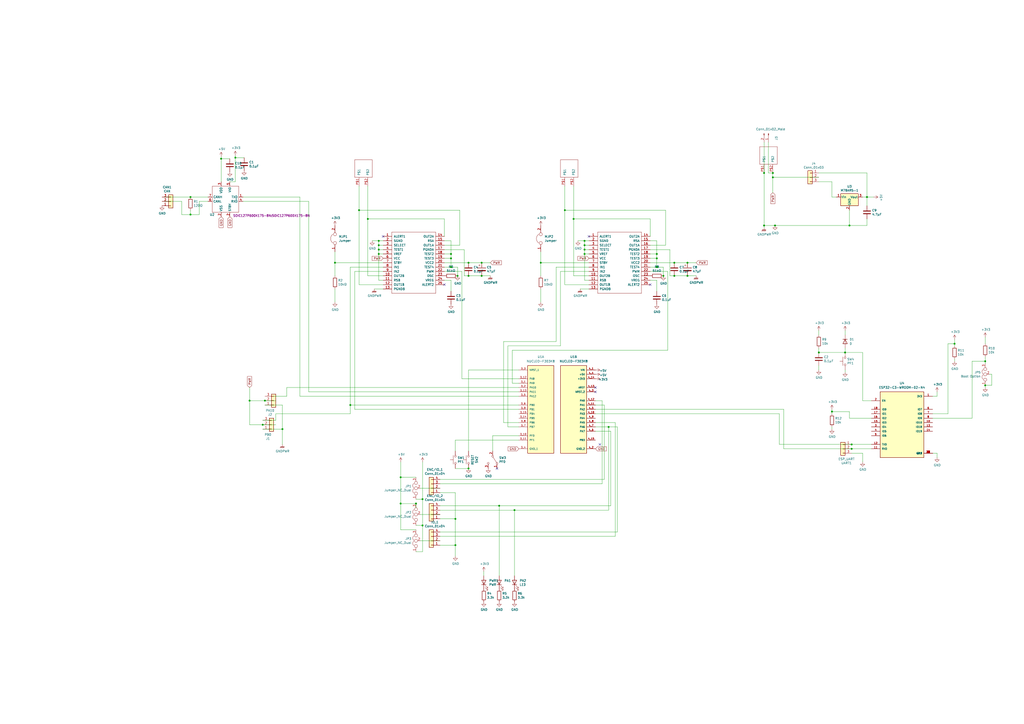
<source format=kicad_sch>
(kicad_sch (version 20230121) (generator eeschema)
  (paper "A2")
  (lib_symbols
    (symbol "Connector:Conn_01x02_Male" (pin_names (offset 1.016) hide)
      (property "Reference" "J" (at 0 2.54 0))
      (property "Value" "Conn_01x02_Male" (at 0 -5.08 0))
      (symbol "Conn_01x02_Male_1_1"
        (pin passive line (at 5.08 0 180) (length 3.81) (name "Pin_1") (number "1"))
        (pin passive line (at 5.08 -2.54 180) (length 3.81) (name "Pin_2") (number "2"))
      )
    )
    (symbol "Connector_Generic:Conn_01x03" (pin_names (offset 1.016) hide)
      (property "Reference" "J" (at 0 5.08 0))
      (property "Value" "Conn_01x03" (at 0 -5.08 0))
      (symbol "Conn_01x03_1_1"
        (pin passive line (at -5.08 2.54 0) (length 3.81) (name "Pin_1") (number "1"))
        (pin passive line (at -5.08 0 0) (length 3.81) (name "Pin_2") (number "2"))
        (pin passive line (at -5.08 -2.54 0) (length 3.81) (name "Pin_3") (number "3"))
      )
    )
    (symbol "Connector_Generic:Conn_01x04" (pin_names (offset 1.016) hide)
      (property "Reference" "J" (at 0 5.08 0))
      (property "Value" "Conn_01x04" (at 0 -7.62 0))
      (symbol "Conn_01x04_1_1"
        (pin passive line (at -5.08 2.54 0) (length 3.81) (name "Pin_1") (number "1"))
        (pin passive line (at -5.08 0 0) (length 3.81) (name "Pin_2") (number "2"))
        (pin passive line (at -5.08 -2.54 0) (length 3.81) (name "Pin_3") (number "3"))
        (pin passive line (at -5.08 -5.08 0) (length 3.81) (name "Pin_4") (number "4"))
      )
    )
    (symbol "Device:C" (pin_numbers hide) (pin_names (offset 0.254))
      (property "Reference" "C" (at 0.635 2.54 0))
      (property "Value" "C" (at 0.635 -2.54 0))
      (symbol "C_1_1"
        (pin passive line (at 0 3.81 270) (length 2.794) (name "~") (number "1"))
        (pin passive line (at 0 -3.81 90) (length 2.794) (name "~") (number "2"))
      )
    )
    (symbol "Device:CP" (pin_numbers hide) (pin_names (offset 0.254))
      (property "Reference" "C" (at 0.635 2.54 0))
      (property "Value" "Device_CP" (at 0.635 -2.54 0))
      (symbol "CP_1_1"
        (pin passive line (at 0 3.81 270) (length 2.794) (name "~") (number "1"))
        (pin passive line (at 0 -3.81 90) (length 2.794) (name "~") (number "2"))
      )
    )
    (symbol "Device:D" (pin_numbers hide) (pin_names (offset 1.016) hide)
      (property "Reference" "D" (at 0 2.54 0))
      (property "Value" "D" (at 0 -2.54 0))
      (symbol "D_1_1"
        (pin passive line (at -3.81 0 0) (length 2.54) (name "K") (number "1"))
        (pin passive line (at 3.81 0 180) (length 2.54) (name "A") (number "2"))
      )
    )
    (symbol "Device:Jumper" (pin_names (offset 0.762) hide)
      (property "Reference" "JP" (at 0 3.81 0))
      (property "Value" "Device_Jumper" (at 0 -2.032 0))
      (symbol "Jumper_0_1"
        (pin passive line (at -7.62 0 0) (length 4.191) (name "1") (number "1"))
        (pin passive line (at 7.62 0 180) (length 4.191) (name "2") (number "2"))
      )
    )
    (symbol "Device:Jumper_NC_Dual" (pin_names (offset 0.762) hide)
      (property "Reference" "JP" (at 1.27 -2.54 0))
      (property "Value" "Device_Jumper_NC_Dual" (at 0 2.54 0))
      (symbol "Jumper_NC_Dual_0_1"
        (pin passive line (at -6.35 0 0) (length 2.413) (name "1") (number "1"))
        (pin passive line (at 0 -2.54 90) (length 1.524) (name "2") (number "2"))
        (pin passive line (at 6.35 0 180) (length 2.413) (name "3") (number "3"))
      )
    )
    (symbol "Device:LED" (pin_numbers hide) (pin_names (offset 1.016) hide)
      (property "Reference" "D" (at 0 2.54 0))
      (property "Value" "LED" (at 0 -2.54 0))
      (symbol "LED_1_1"
        (pin passive line (at -3.81 0 0) (length 2.54) (name "K") (number "1"))
        (pin passive line (at 3.81 0 180) (length 2.54) (name "A") (number "2"))
      )
    )
    (symbol "Device:R" (pin_numbers hide) (pin_names (offset 0))
      (property "Reference" "R" (at 2.032 0 90))
      (property "Value" "R" (at 0 0 90))
      (symbol "R_1_1"
        (pin passive line (at 0 3.81 270) (length 1.27) (name "~") (number "1"))
        (pin passive line (at 0 -3.81 90) (length 1.27) (name "~") (number "2"))
      )
    )
    (symbol "ESP32-C3-WROOM-02-N4:ESP32-C3-WROOM-02-N4" (pin_names (offset 1.016))
      (property "Reference" "U" (at -12.7 21.082 0))
      (property "Value" "ESP32-C3-WROOM-02-N4" (at -12.7 -18.542 0))
      (symbol "ESP32-C3-WROOM-02-N4_0_0"
        (pin power_in line (at 17.78 17.78 180) (length 5.08) (name "3V3") (number "1"))
        (pin bidirectional line (at 17.78 2.54 180) (length 5.08) (name "IO10") (number "10"))
        (pin bidirectional line (at -17.78 -12.7 0) (length 5.08) (name "RXD") (number "11"))
        (pin bidirectional line (at -17.78 -10.16 0) (length 5.08) (name "TXD") (number "12"))
        (pin bidirectional line (at 17.78 0 180) (length 5.08) (name "IO18") (number "13"))
        (pin bidirectional line (at 17.78 -2.54 180) (length 5.08) (name "IO19") (number "14"))
        (pin bidirectional line (at -17.78 2.54 0) (length 5.08) (name "IO3") (number "15"))
        (pin bidirectional line (at -17.78 5.08 0) (length 5.08) (name "IO2") (number "16"))
        (pin bidirectional line (at -17.78 7.62 0) (length 5.08) (name "IO1") (number "17"))
        (pin bidirectional line (at -17.78 10.16 0) (length 5.08) (name "IO0") (number "18"))
        (pin power_in line (at 17.78 -15.24 180) (length 5.08) (name "GND") (number "19"))
        (pin input line (at -17.78 15.24 0) (length 5.08) (name "EN") (number "2"))
        (pin power_in line (at 17.78 -15.24 180) (length 5.08) (name "GND") (number "20"))
        (pin power_in line (at 17.78 -15.24 180) (length 5.08) (name "GND") (number "21"))
        (pin power_in line (at 17.78 -15.24 180) (length 5.08) (name "GND") (number "22"))
        (pin power_in line (at 17.78 -15.24 180) (length 5.08) (name "GND") (number "23"))
        (pin power_in line (at 17.78 -15.24 180) (length 5.08) (name "GND") (number "24"))
        (pin power_in line (at 17.78 -15.24 180) (length 5.08) (name "GND") (number "25"))
        (pin power_in line (at 17.78 -15.24 180) (length 5.08) (name "GND") (number "26"))
        (pin power_in line (at 17.78 -15.24 180) (length 5.08) (name "GND") (number "27"))
        (pin power_in line (at 17.78 -15.24 180) (length 5.08) (name "GND") (number "28"))
        (pin power_in line (at 17.78 -15.24 180) (length 5.08) (name "GND") (number "29"))
        (pin bidirectional line (at -17.78 0 0) (length 5.08) (name "IO4") (number "3"))
        (pin power_in line (at 17.78 -15.24 180) (length 5.08) (name "GND") (number "30"))
        (pin power_in line (at 17.78 -15.24 180) (length 5.08) (name "GND") (number "31"))
        (pin power_in line (at 17.78 -15.24 180) (length 5.08) (name "GND") (number "32"))
        (pin power_in line (at 17.78 -15.24 180) (length 5.08) (name "GND") (number "33"))
        (pin power_in line (at 17.78 -15.24 180) (length 5.08) (name "GND") (number "34"))
        (pin power_in line (at 17.78 -15.24 180) (length 5.08) (name "GND") (number "35"))
        (pin power_in line (at 17.78 -15.24 180) (length 5.08) (name "GND") (number "36"))
        (pin power_in line (at 17.78 -15.24 180) (length 5.08) (name "GND") (number "37"))
        (pin power_in line (at 17.78 -15.24 180) (length 5.08) (name "GND") (number "38"))
        (pin power_in line (at 17.78 -15.24 180) (length 5.08) (name "GND") (number "39"))
        (pin bidirectional line (at -17.78 -2.54 0) (length 5.08) (name "IO5") (number "4"))
        (pin bidirectional line (at -17.78 -5.08 0) (length 5.08) (name "IO6") (number "5"))
        (pin bidirectional line (at 17.78 10.16 180) (length 5.08) (name "IO7") (number "6"))
        (pin bidirectional line (at 17.78 7.62 180) (length 5.08) (name "IO8") (number "7"))
        (pin bidirectional line (at 17.78 5.08 180) (length 5.08) (name "IO9") (number "8"))
        (pin power_in line (at 17.78 -15.24 180) (length 5.08) (name "GND") (number "9"))
      )
    )
    (symbol "Liner-regulator_AOKI:NJM_TO-252" (pin_names (offset 0.254))
      (property "Reference" "U" (at -3.81 3.175 0))
      (property "Value" "Liner-regulator_AOKI_NJM_TO-252" (at 0 3.175 0))
      (symbol "NJM_TO-252_1_1"
        (pin power_in line (at -7.62 0 0) (length 2.54) (name "Vin") (number "1"))
        (pin input line (at 0 -7.62 90) (length 2.54) (name "GND") (number "2"))
        (pin power_out line (at 7.62 0 180) (length 2.54) (name "Vout") (number "3"))
      )
    )
    (symbol "MCP2562FD:MCP2562FD"
      (property "Reference" "U" (at -5.08 -7.62 0))
      (symbol "MCP2562FD_1_1"
        (pin input line (at -10.16 1.27 0) (length 2.54) (name "TXD") (number "1"))
        (pin input line (at -2.54 -10.16 90) (length 2.54) (name "STBY") (number "2"))
        (pin input line (at 2.54 -10.16 90) (length 2.54) (name "VSS") (number "2"))
        (pin input line (at 2.54 10.16 270) (length 2.54) (name "VDD") (number "3"))
        (pin output line (at -10.16 -1.27 0) (length 2.54) (name "RXD") (number "4"))
        (pin input line (at -2.54 10.16 270) (length 2.54) (name "VIO") (number "5"))
        (pin output line (at 10.16 -1.27 180) (length 2.54) (name "CANL") (number "6"))
        (pin output line (at 10.16 1.27 180) (length 2.54) (name "CANH") (number "7"))
      )
    )
    (symbol "Nucleo-F303K8:NUCLEO-F303K8" (pin_names (offset 1.016))
      (property "Reference" "U" (at -7.6292 25.9456 0))
      (property "Value" "NUCLEO-F303K8" (at -7.6233 -27.7005 0))
      (symbol "NUCLEO-F303K8_1_0"
        (pin bidirectional line (at 12.7 15.24 180) (length 5.08) (name "PA9") (number "3_1"))
        (pin bidirectional line (at 12.7 -15.24 180) (length 5.08) (name "PF0") (number "3_10"))
        (pin bidirectional line (at 12.7 -17.78 180) (length 5.08) (name "PF1") (number "3_11"))
        (pin bidirectional line (at 12.7 17.78 180) (length 5.08) (name "PA8") (number "3_12"))
        (pin bidirectional line (at 12.7 10.16 180) (length 5.08) (name "PA11") (number "3_13"))
        (pin bidirectional line (at 12.7 -5.08 180) (length 5.08) (name "PB5") (number "3_14"))
        (pin bidirectional line (at 12.7 -2.54 180) (length 5.08) (name "PB4") (number "3_15"))
        (pin bidirectional line (at 12.7 12.7 180) (length 5.08) (name "PA10") (number "3_2"))
        (pin bidirectional line (at 12.7 22.86 180) (length 5.08) (name "NRST_1") (number "3_3"))
        (pin power_in line (at 12.7 -22.86 180) (length 5.08) (name "GND_1") (number "3_4"))
        (pin bidirectional line (at 12.7 7.62 180) (length 5.08) (name "PA12") (number "3_5"))
        (pin bidirectional line (at 12.7 2.54 180) (length 5.08) (name "PB0") (number "3_6"))
        (pin bidirectional line (at 12.7 -10.16 180) (length 5.08) (name "PB7") (number "3_7"))
        (pin bidirectional line (at 12.7 -7.62 180) (length 5.08) (name "PB6") (number "3_8"))
        (pin bidirectional line (at 12.7 0 180) (length 5.08) (name "PB1") (number "3_9"))
      )
      (symbol "NUCLEO-F303K8_2_0"
        (pin power_in line (at 12.7 22.86 180) (length 5.08) (name "VIN") (number "4_1"))
        (pin bidirectional line (at 12.7 -2.54 180) (length 5.08) (name "PA3") (number "4_10"))
        (pin bidirectional line (at 12.7 2.54 180) (length 5.08) (name "PA1") (number "4_11"))
        (pin bidirectional line (at 12.7 5.08 180) (length 5.08) (name "PA0") (number "4_12"))
        (pin bidirectional line (at 12.7 12.7 180) (length 5.08) (name "AREF") (number "4_13"))
        (pin power_in line (at 12.7 17.78 180) (length 5.08) (name "+3V3") (number "4_14"))
        (pin bidirectional line (at 12.7 -17.78 180) (length 5.08) (name "PB3") (number "4_15"))
        (pin power_in line (at 12.7 -22.86 180) (length 5.08) (name "GND_2") (number "4_2"))
        (pin bidirectional line (at 12.7 10.16 180) (length 5.08) (name "NRST_2") (number "4_3"))
        (pin power_in line (at 12.7 20.32 180) (length 5.08) (name "+5V") (number "4_4"))
        (pin bidirectional line (at 12.7 0 180) (length 5.08) (name "PA2") (number "4_5"))
        (pin bidirectional line (at 12.7 -12.7 180) (length 5.08) (name "PA7") (number "4_6"))
        (pin bidirectional line (at 12.7 -10.16 180) (length 5.08) (name "PA6") (number "4_7"))
        (pin bidirectional line (at 12.7 -7.62 180) (length 5.08) (name "PA5") (number "4_8"))
        (pin bidirectional line (at 12.7 -5.08 180) (length 5.08) (name "PA4") (number "4_9"))
      )
    )
    (symbol "Switch:SW_Push" (pin_numbers hide) (pin_names (offset 1.016) hide)
      (property "Reference" "SW" (at 1.27 2.54 0))
      (property "Value" "SW_Push" (at 0 -1.524 0))
      (symbol "SW_Push_0_1"
        (pin passive line (at -5.08 0 0) (length 2.54) (name "1") (number "1"))
        (pin passive line (at 5.08 0 180) (length 2.54) (name "2") (number "2"))
      )
    )
    (symbol "Switch:SW_SPDT" (pin_names (offset 0) hide)
      (property "Reference" "SW" (at 0 4.318 0))
      (property "Value" "SW_SPDT" (at 0 -5.08 0))
      (symbol "SW_SPDT_1_1"
        (pin passive line (at 5.08 2.54 180) (length 2.54) (name "A") (number "1"))
        (pin passive line (at -5.08 0 0) (length 2.54) (name "B") (number "2"))
        (pin passive line (at 5.08 -2.54 180) (length 2.54) (name "C") (number "3"))
      )
    )
    (symbol "TB67H303HG:TB67H303HG" (pin_names (offset 1.016))
      (symbol "TB67H303HG_1_0"
        (pin bidirectional line (at -17.78 15.24 0) (length 5.08) (name "ALERT1") (number "1"))
        (pin bidirectional line (at -17.78 -7.62 0) (length 5.08) (name "OUT2B") (number "10"))
        (pin bidirectional line (at -17.78 -10.16 0) (length 5.08) (name "RSB") (number "11"))
        (pin bidirectional line (at -17.78 -12.7 0) (length 5.08) (name "OUT1B") (number "12"))
        (pin bidirectional line (at -17.78 -15.24 0) (length 5.08) (name "PGNDB") (number "13"))
        (pin bidirectional line (at 17.78 15.24 180) (length 5.08) (name "OUT2A") (number "14"))
        (pin bidirectional line (at 17.78 12.7 180) (length 5.08) (name "RSA") (number "15"))
        (pin bidirectional line (at 17.78 10.16 180) (length 5.08) (name "OUT1A") (number "16"))
        (pin bidirectional line (at 17.78 7.62 180) (length 5.08) (name "PGNDA") (number "17"))
        (pin bidirectional line (at 17.78 5.08 180) (length 5.08) (name "TEST2") (number "18"))
        (pin bidirectional line (at 17.78 2.54 180) (length 5.08) (name "TEST3") (number "19"))
        (pin bidirectional line (at -17.78 12.7 0) (length 5.08) (name "SGND") (number "2"))
        (pin bidirectional line (at 17.78 0 180) (length 5.08) (name "VCC2") (number "20"))
        (pin bidirectional line (at 17.78 -2.54 180) (length 5.08) (name "TEST4") (number "21"))
        (pin bidirectional line (at 17.78 -5.08 180) (length 5.08) (name "PWM") (number "22"))
        (pin bidirectional line (at 17.78 -7.62 180) (length 5.08) (name "OSC") (number "23"))
        (pin bidirectional line (at 17.78 -10.16 180) (length 5.08) (name "VREG") (number "24"))
        (pin bidirectional line (at 17.78 -12.7 180) (length 5.08) (name "ALERT2") (number "25"))
        (pin bidirectional line (at -17.78 10.16 0) (length 5.08) (name "SELECT") (number "3"))
        (pin bidirectional line (at -17.78 7.62 0) (length 5.08) (name "TEST1") (number "4"))
        (pin bidirectional line (at -17.78 5.08 0) (length 5.08) (name "VREF") (number "5"))
        (pin bidirectional line (at -17.78 2.54 0) (length 5.08) (name "VCC") (number "6"))
        (pin bidirectional line (at -17.78 0 0) (length 5.08) (name "STBY") (number "7"))
        (pin bidirectional line (at -17.78 -2.54 0) (length 5.08) (name "IN1") (number "8"))
        (pin bidirectional line (at -17.78 -5.08 0) (length 5.08) (name "IN2") (number "9"))
      )
    )
    (symbol "power:+3.3V" (power) (pin_names (offset 0))
      (property "Value" "+3.3V" (at 0 3.556 0))
      (symbol "+3.3V_1_1"
        (pin power_in line (at 0 0 90) (length 0) hide (name "+3V3") (number "1"))
      )
    )
    (symbol "power:+5V" (power) (pin_names (offset 0))
      (property "Value" "+5V" (at 0 3.556 0))
      (symbol "+5V_1_1"
        (pin power_in line (at 0 0 90) (length 0) hide (name "+5V") (number "1"))
      )
    )
    (symbol "power:GND" (power) (pin_names (offset 0))
      (property "Value" "GND" (at 0 -3.81 0))
      (symbol "GND_1_1"
        (pin power_in line (at 0 0 270) (length 0) hide (name "GND") (number "1"))
      )
    )
    (symbol "power:GNDPWR" (power) (pin_names (offset 0))
      (property "Value" "GNDPWR" (at 0 -3.302 0))
      (symbol "GNDPWR_1_1"
        (pin power_in line (at 0 0 270) (length 0) hide (name "GNDPWR") (number "1"))
      )
    )
    (symbol "pts_1.5_2:PTS_1.5_2" (pin_names (offset 1.016))
      (symbol "PTS_1.5_2_1_0"
        (pin bidirectional line (at -2.54 -10.16 90) (length 5.08) (name "P$1") (number "P$1"))
        (pin bidirectional line (at 2.54 -10.16 90) (length 5.08) (name "P$2") (number "P$2"))
      )
    )
  )
  (junction (at 241.3 292.1))
  (junction (at 110.49 114.3))
  (junction (at 327.66 121.92))
  (junction (at 313.69 152.4))
  (junction (at 339.09 142.24))
  (junction (at 391.16 160.02))
  (junction (at 271.78 152.4))
  (junction (at 381 147.32))
  (junction (at 245.11 289.56))
  (junction (at 110.49 124.46))
  (junction (at 219.71 144.78))
  (junction (at 245.11 304.8))
  (junction (at 339.09 139.7))
  (junction (at 261.62 154.94))
  (junction (at 261.62 147.32))
  (junction (at 490.22 204.47))
  (junction (at 194.31 152.4))
  (junction (at 232.41 276.86))
  (junction (at 398.78 160.02))
  (junction (at 289.56 293.37))
  (junction (at 219.71 139.7))
  (junction (at 213.36 127))
  (junction (at 502.92 114.3))
  (junction (at 153.67 232.41))
  (junction (at 384.81 160.02))
  (junction (at 219.71 142.24))
  (junction (at 298.45 295.91))
  (junction (at 443.23 130.81))
  (junction (at 398.78 152.4))
  (junction (at 339.09 144.78))
  (junction (at 203.2 234.95))
  (junction (at 391.16 152.4))
  (junction (at 449.58 130.81))
  (junction (at 339.09 147.32))
  (junction (at 163.83 248.92))
  (junction (at 128.27 92.075))
  (junction (at 553.72 199.39))
  (junction (at 353.06 247.65))
  (junction (at 474.98 204.47))
  (junction (at 494.03 257.81))
  (junction (at 279.4 152.4))
  (junction (at 448.31 102.87))
  (junction (at 492.76 130.81))
  (junction (at 136.525 91.44))
  (junction (at 208.28 121.92))
  (junction (at 571.5 223.52))
  (junction (at 571.5 209.55))
  (junction (at 271.78 271.78))
  (junction (at 482.6 238.76))
  (junction (at 144.78 232.41))
  (junction (at 265.43 160.02))
  (junction (at 279.4 160.02))
  (junction (at 448.31 100.33))
  (junction (at 381 154.94))
  (junction (at 261.62 149.86))
  (junction (at 271.78 160.02))
  (junction (at 381 149.86))
  (junction (at 264.16 300.99))
  (junction (at 443.23 100.33))
  (junction (at 332.74 127))
  (junction (at 232.41 292.1))
  (junction (at 219.71 147.32))
  (junction (at 494.03 260.35))
  (junction (at 264.16 316.23))
  (junction (at 152.4 246.38))
  (no_connect (at 347.98 257.81))
  (no_connect (at 222.25 137.16))
  (no_connect (at 377.19 165.1))
  (no_connect (at 257.81 165.1))
  (no_connect (at 341.63 137.16))
  (no_connect (at 345.44 224.79))
  (no_connect (at 288.29 271.78))
  (no_connect (at 345.44 227.33))
  (wire (pts (xy 332.74 127) (xy 332.74 160.02)))
  (wire (pts (xy 120.65 114.3) (xy 110.49 114.3)))
  (wire (pts (xy 339.09 142.24) (xy 339.09 144.78)))
  (wire (pts (xy 297.18 222.25) (xy 300.99 222.25)))
  (wire (pts (xy 241.3 289.56) (xy 245.11 289.56)))
  (wire (pts (xy 553.72 208.28) (xy 553.72 209.55)))
  (wire (pts (xy 443.23 130.81) (xy 443.23 132.08)))
  (wire (pts (xy 194.31 152.4) (xy 194.31 146.05)))
  (wire (pts (xy 261.62 147.32) (xy 261.62 149.86)))
  (wire (pts (xy 381 154.94) (xy 384.81 154.94)))
  (wire (pts (xy 339.09 142.24) (xy 341.63 142.24)))
  (wire (pts (xy 257.81 137.16) (xy 257.81 127)))
  (wire (pts (xy 222.25 152.4) (xy 194.31 152.4)))
  (wire (pts (xy 384.81 160.02) (xy 384.81 154.94)))
  (wire (pts (xy 381 162.56) (xy 381 168.91)))
  (wire (pts (xy 313.69 152.4) (xy 313.69 146.05)))
  (wire (pts (xy 257.81 154.94) (xy 261.62 154.94)))
  (wire (pts (xy 133.35 105.41) (xy 136.525 105.41)))
  (wire (pts (xy 474.98 204.47) (xy 490.22 204.47)))
  (wire (pts (xy 482.6 114.3) (xy 482.6 105.41)))
  (wire (pts (xy 492.76 130.81) (xy 502.92 130.81)))
  (wire (pts (xy 261.62 162.56) (xy 261.62 168.91)))
  (wire (pts (xy 297.18 203.2) (xy 297.18 222.25)))
  (wire (pts (xy 345.44 234.95) (xy 350.52 234.95)))
  (wire (pts (xy 571.5 207.01) (xy 571.5 209.55)))
  (wire (pts (xy 332.74 160.02) (xy 341.63 160.02)))
  (wire (pts (xy 213.36 160.02) (xy 222.25 160.02)))
  (wire (pts (xy 261.62 147.32) (xy 261.62 139.7)))
  (wire (pts (xy 255.27 300.99) (xy 264.16 300.99)))
  (wire (pts (xy 215.9 139.7) (xy 219.71 139.7)))
  (wire (pts (xy 336.55 167.64) (xy 341.63 167.64)))
  (wire (pts (xy 454.66 237.49) (xy 454.66 260.35)))
  (wire (pts (xy 208.28 165.1) (xy 222.25 165.1)))
  (wire (pts (xy 454.66 260.35) (xy 494.03 260.35)))
  (wire (pts (xy 358.14 308.61) (xy 255.27 308.61)))
  (wire (pts (xy 267.97 219.71) (xy 300.99 219.71)))
  (wire (pts (xy 492.76 242.57) (xy 492.76 238.76)))
  (wire (pts (xy 261.62 154.94) (xy 265.43 154.94)))
  (wire (pts (xy 205.74 157.48) (xy 222.25 157.48)))
  (wire (pts (xy 243.84 283.21) (xy 255.27 283.21)))
  (wire (pts (xy 506.73 114.3) (xy 502.92 114.3)))
  (wire (pts (xy 502.92 130.81) (xy 502.92 127)))
  (wire (pts (xy 549.91 240.03) (xy 549.91 199.39)))
  (wire (pts (xy 115.57 124.46) (xy 110.49 124.46)))
  (wire (pts (xy 325.12 157.48) (xy 325.12 200.66)))
  (wire (pts (xy 500.38 204.47) (xy 500.38 232.41)))
  (wire (pts (xy 179.07 116.84) (xy 179.07 227.33)))
  (wire (pts (xy 294.64 200.66) (xy 294.64 247.65)))
  (wire (pts (xy 443.23 100.33) (xy 443.23 130.81)))
  (wire (pts (xy 241.3 304.8) (xy 245.11 304.8)))
  (wire (pts (xy 241.3 320.04) (xy 245.11 320.04)))
  (wire (pts (xy 267.97 157.48) (xy 267.97 219.71)))
  (wire (pts (xy 575.31 223.52) (xy 571.5 223.52)))
  (wire (pts (xy 257.81 139.7) (xy 261.62 139.7)))
  (wire (pts (xy 136.525 90.17) (xy 136.525 91.44)))
  (wire (pts (xy 264.16 316.23) (xy 264.16 322.58)))
  (wire (pts (xy 152.4 248.92) (xy 163.83 248.92)))
  (wire (pts (xy 264.16 255.27) (xy 264.16 261.62)))
  (wire (pts (xy 313.69 152.4) (xy 313.69 160.02)))
  (wire (pts (xy 219.71 147.32) (xy 222.25 147.32)))
  (wire (pts (xy 105.41 116.84) (xy 95.25 116.84)))
  (wire (pts (xy 341.63 154.94) (xy 322.58 154.94)))
  (wire (pts (xy 140.97 114.3) (xy 173.99 114.3)))
  (wire (pts (xy 543.56 262.89) (xy 543.56 265.43)))
  (wire (pts (xy 327.66 121.92) (xy 386.08 121.92)))
  (wire (pts (xy 266.7 142.24) (xy 257.81 142.24)))
  (wire (pts (xy 485.14 114.3) (xy 482.6 114.3)))
  (wire (pts (xy 377.19 149.86) (xy 381 149.86)))
  (wire (pts (xy 391.16 160.02) (xy 398.78 160.02)))
  (wire (pts (xy 140.97 116.84) (xy 179.07 116.84)))
  (wire (pts (xy 356.87 245.11) (xy 356.87 311.15)))
  (wire (pts (xy 217.17 167.64) (xy 222.25 167.64)))
  (wire (pts (xy 152.4 243.84) (xy 160.02 243.84)))
  (wire (pts (xy 110.49 124.46) (xy 105.41 124.46)))
  (wire (pts (xy 144.78 232.41) (xy 144.78 224.79)))
  (wire (pts (xy 325.12 157.48) (xy 341.63 157.48)))
  (wire (pts (xy 398.78 152.4) (xy 403.86 152.4)))
  (wire (pts (xy 377.19 147.32) (xy 381 147.32)))
  (wire (pts (xy 445.77 82.55) (xy 445.77 100.33)))
  (wire (pts (xy 136.525 91.44) (xy 136.525 105.41)))
  (wire (pts (xy 349.25 232.41) (xy 349.25 280.67)))
  (wire (pts (xy 448.31 111.76) (xy 448.31 102.87)))
  (wire (pts (xy 502.92 119.38) (xy 502.92 114.3)))
  (wire (pts (xy 490.22 201.93) (xy 490.22 204.47)))
  (wire (pts (xy 219.71 142.24) (xy 219.71 144.78)))
  (wire (pts (xy 549.91 199.39) (xy 553.72 199.39)))
  (wire (pts (xy 500.38 114.3) (xy 502.92 114.3)))
  (wire (pts (xy 354.33 293.37) (xy 289.56 293.37)))
  (wire (pts (xy 345.44 247.65) (xy 353.06 247.65)))
  (wire (pts (xy 144.78 232.41) (xy 144.78 246.38)))
  (wire (pts (xy 219.71 162.56) (xy 222.25 162.56)))
  (wire (pts (xy 341.63 139.7) (xy 339.09 139.7)))
  (wire (pts (xy 541.02 229.87) (xy 543.56 229.87)))
  (wire (pts (xy 381 147.32) (xy 381 139.7)))
  (wire (pts (xy 292.1 245.11) (xy 300.99 245.11)))
  (wire (pts (xy 232.41 276.86) (xy 232.41 267.97)))
  (wire (pts (xy 377.19 154.94) (xy 381 154.94)))
  (wire (pts (xy 257.81 149.86) (xy 261.62 149.86)))
  (wire (pts (xy 269.24 144.78) (xy 269.24 160.02)))
  (wire (pts (xy 494.03 262.89) (xy 500.38 262.89)))
  (wire (pts (xy 386.08 121.92) (xy 386.08 142.24)))
  (wire (pts (xy 377.19 152.4) (xy 391.16 152.4)))
  (wire (pts (xy 571.5 195.58) (xy 571.5 199.39)))
  (wire (pts (xy 492.76 238.76) (xy 482.6 238.76)))
  (wire (pts (xy 203.2 234.95) (xy 300.99 234.95)))
  (wire (pts (xy 219.71 142.24) (xy 222.25 142.24)))
  (wire (pts (xy 245.11 289.56) (xy 245.11 304.8)))
  (wire (pts (xy 115.57 116.84) (xy 115.57 124.46)))
  (wire (pts (xy 574.04 217.17) (xy 575.31 217.17)))
  (wire (pts (xy 387.35 157.48) (xy 387.35 203.2)))
  (wire (pts (xy 219.71 144.78) (xy 222.25 144.78)))
  (wire (pts (xy 341.63 152.4) (xy 313.69 152.4)))
  (wire (pts (xy 482.6 247.65) (xy 482.6 248.92)))
  (wire (pts (xy 445.77 100.33) (xy 448.31 100.33)))
  (wire (pts (xy 158.75 229.87) (xy 166.37 229.87)))
  (wire (pts (xy 194.31 167.64) (xy 194.31 175.26)))
  (wire (pts (xy 208.28 121.92) (xy 266.7 121.92)))
  (wire (pts (xy 339.09 162.56) (xy 339.09 147.32)))
  (wire (pts (xy 271.78 214.63) (xy 300.99 214.63)))
  (wire (pts (xy 255.27 278.13) (xy 350.52 278.13)))
  (wire (pts (xy 339.09 144.78) (xy 341.63 144.78)))
  (wire (pts (xy 279.4 152.4) (xy 284.48 152.4)))
  (wire (pts (xy 494.03 257.81) (xy 505.46 257.81)))
  (wire (pts (xy 194.31 152.4) (xy 194.31 160.02)))
  (wire (pts (xy 391.16 152.4) (xy 398.78 152.4)))
  (wire (pts (xy 386.08 142.24) (xy 377.19 142.24)))
  (wire (pts (xy 339.09 144.78) (xy 339.09 147.32)))
  (wire (pts (xy 289.56 293.37) (xy 255.27 293.37)))
  (wire (pts (xy 241.3 307.34) (xy 232.41 307.34)))
  (wire (pts (xy 322.58 154.94) (xy 322.58 198.12)))
  (wire (pts (xy 179.07 227.33) (xy 300.99 227.33)))
  (wire (pts (xy 289.56 334.01) (xy 289.56 293.37)))
  (wire (pts (xy 571.5 223.52) (xy 571.5 224.79)))
  (wire (pts (xy 219.71 139.7) (xy 219.71 142.24)))
  (wire (pts (xy 353.06 247.65) (xy 358.14 247.65)))
  (wire (pts (xy 335.28 139.7) (xy 339.09 139.7)))
  (wire (pts (xy 261.62 154.94) (xy 261.62 149.86)))
  (wire (pts (xy 245.11 304.8) (xy 245.11 320.04)))
  (wire (pts (xy 298.45 295.91) (xy 255.27 295.91)))
  (wire (pts (xy 219.71 144.78) (xy 219.71 147.32)))
  (wire (pts (xy 474.98 201.93) (xy 474.98 204.47)))
  (wire (pts (xy 345.44 240.03) (xy 452.12 240.03)))
  (wire (pts (xy 271.78 160.02) (xy 279.4 160.02)))
  (wire (pts (xy 292.1 198.12) (xy 322.58 198.12)))
  (wire (pts (xy 95.25 114.3) (xy 110.49 114.3)))
  (wire (pts (xy 345.44 237.49) (xy 454.66 237.49)))
  (wire (pts (xy 474.98 100.33) (xy 502.92 100.33)))
  (wire (pts (xy 553.72 196.85) (xy 553.72 199.39)))
  (wire (pts (xy 575.31 217.17) (xy 575.31 223.52)))
  (wire (pts (xy 173.99 229.87) (xy 300.99 229.87)))
  (wire (pts (xy 257.81 152.4) (xy 271.78 152.4)))
  (wire (pts (xy 257.81 157.48) (xy 267.97 157.48)))
  (wire (pts (xy 571.5 209.55) (xy 571.5 210.82)))
  (wire (pts (xy 500.38 232.41) (xy 505.46 232.41)))
  (wire (pts (xy 377.19 144.78) (xy 388.62 144.78)))
  (wire (pts (xy 160.02 240.03) (xy 160.02 243.84)))
  (wire (pts (xy 388.62 160.02) (xy 391.16 160.02)))
  (wire (pts (xy 505.46 242.57) (xy 492.76 242.57)))
  (wire (pts (xy 294.64 247.65) (xy 300.99 247.65)))
  (wire (pts (xy 245.11 267.97) (xy 245.11 289.56)))
  (wire (pts (xy 345.44 245.11) (xy 356.87 245.11)))
  (wire (pts (xy 255.27 280.67) (xy 349.25 280.67)))
  (wire (pts (xy 377.19 127) (xy 332.74 127)))
  (wire (pts (xy 144.78 246.38) (xy 152.4 246.38)))
  (wire (pts (xy 353.06 295.91) (xy 298.45 295.91)))
  (wire (pts (xy 257.81 147.32) (xy 261.62 147.32)))
  (wire (pts (xy 285.75 252.73) (xy 300.99 252.73)))
  (wire (pts (xy 448.31 102.87) (xy 474.98 102.87)))
  (wire (pts (xy 541.02 262.89) (xy 543.56 262.89)))
  (wire (pts (xy 327.66 121.92) (xy 327.66 165.1)))
  (wire (pts (xy 482.6 238.76) (xy 482.6 240.03)))
  (wire (pts (xy 327.66 165.1) (xy 341.63 165.1)))
  (wire (pts (xy 243.84 313.69) (xy 255.27 313.69)))
  (wire (pts (xy 265.43 154.94) (xy 265.43 160.02)))
  (wire (pts (xy 264.16 285.75) (xy 264.16 300.99)))
  (wire (pts (xy 350.52 234.95) (xy 350.52 278.13)))
  (wire (pts (xy 264.16 255.27) (xy 300.99 255.27)))
  (wire (pts (xy 257.81 127) (xy 213.36 127)))
  (wire (pts (xy 482.6 105.41) (xy 474.98 105.41)))
  (wire (pts (xy 241.3 292.1) (xy 232.41 292.1)))
  (wire (pts (xy 208.28 121.92) (xy 208.28 165.1)))
  (wire (pts (xy 377.19 162.56) (xy 381 162.56)))
  (wire (pts (xy 255.27 285.75) (xy 264.16 285.75)))
  (wire (pts (xy 166.37 229.87) (xy 166.37 224.79)))
  (wire (pts (xy 339.09 139.7) (xy 339.09 142.24)))
  (wire (pts (xy 163.83 248.92) (xy 163.83 257.81)))
  (wire (pts (xy 264.16 316.23) (xy 255.27 316.23)))
  (wire (pts (xy 166.37 224.79) (xy 300.99 224.79)))
  (wire (pts (xy 325.12 200.66) (xy 294.64 200.66)))
  (wire (pts (xy 298.45 334.01) (xy 298.45 295.91)))
  (wire (pts (xy 266.7 121.92) (xy 266.7 142.24)))
  (wire (pts (xy 297.18 203.2) (xy 387.35 203.2)))
  (wire (pts (xy 398.78 160.02) (xy 403.86 160.02)))
  (wire (pts (xy 271.78 214.63) (xy 271.78 261.62)))
  (wire (pts (xy 205.74 157.48) (xy 205.74 237.49)))
  (wire (pts (xy 120.65 116.84) (xy 115.57 116.84)))
  (wire (pts (xy 128.27 92.075) (xy 128.27 105.41)))
  (wire (pts (xy 264.16 271.78) (xy 271.78 271.78)))
  (wire (pts (xy 292.1 245.11) (xy 292.1 198.12)))
  (wire (pts (xy 502.92 100.33) (xy 502.92 114.3)))
  (wire (pts (xy 377.19 157.48) (xy 387.35 157.48)))
  (wire (pts (xy 222.25 139.7) (xy 219.71 139.7)))
  (wire (pts (xy 449.58 130.81) (xy 492.76 130.81)))
  (wire (pts (xy 358.14 247.65) (xy 358.14 308.61)))
  (wire (pts (xy 173.99 114.3) (xy 173.99 229.87)))
  (wire (pts (xy 241.3 294.64) (xy 241.3 292.1)))
  (wire (pts (xy 332.74 127) (xy 332.74 107.95)))
  (wire (pts (xy 474.98 191.77) (xy 474.98 194.31)))
  (wire (pts (xy 492.76 130.81) (xy 492.76 121.92)))
  (wire (pts (xy 219.71 162.56) (xy 219.71 147.32)))
  (wire (pts (xy 128.27 92.075) (xy 133.35 92.075)))
  (wire (pts (xy 354.33 250.19) (xy 354.33 293.37)))
  (wire (pts (xy 500.38 262.89) (xy 500.38 267.97)))
  (wire (pts (xy 443.23 130.81) (xy 449.58 130.81)))
  (wire (pts (xy 232.41 292.1) (xy 232.41 276.86)))
  (wire (pts (xy 279.4 160.02) (xy 284.48 160.02)))
  (wire (pts (xy 255.27 298.45) (xy 243.84 298.45)))
  (wire (pts (xy 205.74 237.49) (xy 300.99 237.49)))
  (wire (pts (xy 490.22 214.63) (xy 490.22 215.9)))
  (wire (pts (xy 213.36 127) (xy 213.36 107.95)))
  (wire (pts (xy 222.25 154.94) (xy 203.2 154.94)))
  (wire (pts (xy 543.56 229.87) (xy 543.56 227.33)))
  (wire (pts (xy 163.83 234.95) (xy 163.83 248.92)))
  (wire (pts (xy 541.02 240.03) (xy 549.91 240.03)))
  (wire (pts (xy 474.98 212.09) (xy 474.98 214.63)))
  (wire (pts (xy 257.81 144.78) (xy 269.24 144.78)))
  (wire (pts (xy 153.67 232.41) (xy 160.02 232.41)))
  (wire (pts (xy 153.67 234.95) (xy 163.83 234.95)))
  (wire (pts (xy 345.44 232.41) (xy 349.25 232.41)))
  (wire (pts (xy 144.78 232.41) (xy 153.67 232.41)))
  (wire (pts (xy 500.38 204.47) (xy 490.22 204.47)))
  (wire (pts (xy 313.69 167.64) (xy 313.69 175.26)))
  (wire (pts (xy 377.19 139.7) (xy 381 139.7)))
  (wire (pts (xy 339.09 147.32) (xy 341.63 147.32)))
  (wire (pts (xy 494.03 260.35) (xy 505.46 260.35)))
  (wire (pts (xy 381 154.94) (xy 381 149.86)))
  (wire (pts (xy 208.28 107.95) (xy 208.28 121.92)))
  (wire (pts (xy 271.78 160.02) (xy 269.24 160.02)))
  (wire (pts (xy 203.2 234.95) (xy 203.2 240.03)))
  (wire (pts (xy 448.31 100.33) (xy 448.31 102.87)))
  (wire (pts (xy 490.22 191.77) (xy 490.22 194.31)))
  (wire (pts (xy 327.66 107.95) (xy 327.66 121.92)))
  (wire (pts (xy 452.12 257.81) (xy 494.03 257.81)))
  (wire (pts (xy 105.41 124.46) (xy 105.41 116.84)))
  (wire (pts (xy 232.41 307.34) (xy 232.41 292.1)))
  (wire (pts (xy 203.2 154.94) (xy 203.2 234.95)))
  (wire (pts (xy 110.49 121.92) (xy 110.49 124.46)))
  (wire (pts (xy 482.6 237.49) (xy 482.6 238.76)))
  (wire (pts (xy 563.88 242.57) (xy 563.88 209.55)))
  (wire (pts (xy 136.525 91.44) (xy 141.605 91.44)))
  (wire (pts (xy 280.67 334.01) (xy 280.67 331.47)))
  (wire (pts (xy 271.78 152.4) (xy 279.4 152.4)))
  (wire (pts (xy 452.12 240.03) (xy 452.12 257.81)))
  (wire (pts (xy 128.27 90.805) (xy 128.27 92.075)))
  (wire (pts (xy 563.88 209.55) (xy 571.5 209.55)))
  (wire (pts (xy 381 149.86) (xy 381 147.32)))
  (wire (pts (xy 443.23 82.55) (xy 443.23 100.33)))
  (wire (pts (xy 203.2 240.03) (xy 160.02 240.03)))
  (wire (pts (xy 356.87 311.15) (xy 255.27 311.15)))
  (wire (pts (xy 257.81 162.56) (xy 261.62 162.56)))
  (wire (pts (xy 264.16 300.99) (xy 264.16 316.23)))
  (wire (pts (xy 152.4 246.38) (xy 160.02 246.38)))
  (wire (pts (xy 213.36 127) (xy 213.36 160.02)))
  (wire (pts (xy 553.72 199.39) (xy 553.72 200.66)))
  (wire (pts (xy 388.62 144.78) (xy 388.62 160.02)))
  (wire (pts (xy 353.06 247.65) (xy 353.06 295.91)))
  (wire (pts (xy 285.75 252.73) (xy 285.75 261.62)))
  (wire (pts (xy 232.41 276.86) (xy 241.3 276.86)))
  (wire (pts (xy 345.44 250.19) (xy 354.33 250.19)))
  (wire (pts (xy 377.19 137.16) (xy 377.19 127)))
  (wire (pts (xy 541.02 242.57) (xy 563.88 242.57)))
  (wire (pts (xy 341.63 162.56) (xy 339.09 162.56)))
  (global_label "GND" (shape input) (at 300.99 260.35 180) (property "Intersheetrefs" "${INTERSHEET_REFS}" (effects hide)))
  (global_label "PWR" (shape input) (at 448.31 111.76 270) (property "Intersheetrefs" "${INTERSHEET_REFS}" (effects hide)))
  (global_label "GND" (shape input) (at 128.27 125.73 270) (property "Intersheetrefs" "${INTERSHEET_REFS}" (effects hide)))
  (global_label "GND" (shape input) (at 133.35 125.73 270) (property "Intersheetrefs" "${INTERSHEET_REFS}" (effects hide)))
  (global_label "PWR" (shape input) (at 341.63 149.86 180) (property "Intersheetrefs" "${INTERSHEET_REFS}" (effects hide)))
  (global_label "GND" (shape input) (at 345.44 260.35 0) (property "Intersheetrefs" "${INTERSHEET_REFS}" (effects hide)))
  (global_label "PWR" (shape input) (at 144.78 224.79 90) (property "Intersheetrefs" "${INTERSHEET_REFS}" (effects hide)))
  (global_label "PWR" (shape input) (at 403.86 152.4 0) (property "Intersheetrefs" "${INTERSHEET_REFS}" (effects hide)))
  (global_label "PWR" (shape input) (at 222.25 149.86 180) (property "Intersheetrefs" "${INTERSHEET_REFS}" (effects hide)))
  (global_label "PWR" (shape input) (at 284.48 152.4 0) (property "Intersheetrefs" "${INTERSHEET_REFS}" (effects hide)))
  (symbol (lib_id "Device:R") (at 553.72 204.47 180) (unit 1)
    (property "Reference" "R11" (at 555.498 203.3016 0) (effects (justify right)))
    (property "Value" "10k" (at 555.498 205.613 0) (effects (justify right)))
    (property "Footprint" "Resistor_SMD:R_0603_1608Metric" (effects hide))
  )
  (symbol (lib_id "Nucleo-F303K8:NUCLEO-F303K8") (at 332.74 237.49 0) (unit 2)
    (property "Reference" "U1" (at 332.74 207.01 0))
    (property "Value" "NUCLEO-F303K8" (at 332.74 209.55 0))
    (property "Footprint" "NUCLEO-F303K8:MODULE_NUCLEO-F303K8" (effects hide))
    (property "MF" "STMicroelectronics" (effects hide))
    (property "MAXIMUM_PACKAGE_HEIGHT" "N/A" (effects hide))
    (property "Package" "None" (effects hide))
    (property "Price" "None" (effects hide))
    (property "Check_prices" "https://www.snapeda.com/parts/NUCLEO-F303K8/STMicroelectronics/view-part/?ref=eda" (effects hide))
    (property "STANDARD" "Manufacturer Recommendations" (effects hide))
    (property "PARTREV" "5" (effects hide))
    (property "SnapEDA_Link" "https://www.snapeda.com/parts/NUCLEO-F303K8/STMicroelectronics/view-part/?ref=snap" (effects hide))
    (property "MP" "NUCLEO-F303K8" (effects hide))
    (property "Purchase-URL" "https://www.snapeda.com/api/url_track_click_mouser/?unipart_id=276791&manufacturer=STMicroelectronics&part_name=NUCLEO-F303K8&search_term=nucleo" (effects hide))
    (property "Description" "\nSTM32F303K8, mbed-Enabled Development Nucleo-32 STM32F3 ARM® Cortex®-M4 MCU 32-Bit Embedded Evaluation Board\n" (effects hide))
    (property "SNAPEDA_PN" "NUCLEO-F303K8" (effects hide))
    (property "Availability" "In Stock" (effects hide))
    (property "MANUFACTURER" "STMicroelectronics" (effects hide))
  )
  (symbol (lib_id "Liner-regulator_AOKI:NJM_TO-252") (at 492.76 114.3 0) (unit 1)
    (property "Reference" "U3" (at 492.76 108.1532 0))
    (property "Value" "M78AR5-1" (at 492.76 110.4646 0))
    (property "Footprint" "DCDC_aoki:M78AR" (effects hide))
  )
  (symbol (lib_id "Device:R") (at 474.98 198.12 180) (unit 1)
    (property "Reference" "R9" (at 476.758 196.9516 0) (effects (justify right)))
    (property "Value" "10k" (at 476.758 199.263 0) (effects (justify right)))
    (property "Footprint" "Resistor_SMD:R_0603_1608Metric" (effects hide))
  )
  (symbol (lib_id "pts_1.5_2:PTS_1.5_2") (at 210.82 97.79 0) (unit 1)
    (property "Reference" "T1" (effects hide))
    (property "Value" "PTS_1.5_2" (effects hide))
    (property "Footprint" "PTS-terminal-block:PTS_1.5_2" (effects hide))
  )
  (symbol (lib_id "Device:LED") (at 280.67 337.82 90) (unit 1)
    (property "Reference" "PWR1" (at 283.6672 336.8294 90) (effects (justify right)))
    (property "Value" "PWR" (at 283.6672 339.1408 90) (effects (justify right)))
    (property "Footprint" "LED_SMD:LED_1206_3216Metric_Pad1.42x1.75mm_HandSolder" (effects hide))
  )
  (symbol (lib_id "Device:Jumper") (at 194.31 138.43 90) (unit 1)
    (property "Reference" "MJP1" (at 196.5452 137.2616 90) (effects (justify right)))
    (property "Value" "Jumper" (at 196.5452 139.573 90) (effects (justify right)))
    (property "Footprint" "Jumper:SolderJumper-2_P1.3mm_Open_TrianglePad1.0x1.5mm" (effects hide))
  )
  (symbol (lib_id "Device:Jumper_NC_Dual") (at 241.3 313.69 90) (unit 1)
    (property "Reference" "JP3" (at 238.7092 312.5216 90) (effects (justify left)))
    (property "Value" "Jumper_NC_Dual" (at 238.7092 314.833 90) (effects (justify left)))
    (property "Footprint" "Jumper:SolderJumper-3_P2.0mm_Open_TrianglePad1.0x1.5mm" (effects hide))
  )
  (symbol (lib_id "power:+3.3V") (at 136.525 90.17 0) (unit 1)
    (property "Reference" "#PWR01" (effects hide))
    (property "Value" "+3.3V" (at 136.906 85.7758 0))
  )
  (symbol (lib_id "power:GND") (at 194.31 175.26 0) (unit 1)
    (property "Reference" "#PWR08" (effects hide))
    (property "Value" "GND" (at 194.437 179.6542 0))
  )
  (symbol (lib_id "power:GND") (at 490.22 215.9 0) (unit 1)
    (property "Reference" "#PWR044" (effects hide))
    (property "Value" "GND" (at 490.347 220.2942 0))
  )
  (symbol (lib_id "Device:R") (at 194.31 163.83 180) (unit 1)
    (property "Reference" "R2" (at 196.088 162.6616 0) (effects (justify right)))
    (property "Value" "10kΩ" (at 196.088 164.973 0) (effects (justify right)))
    (property "Footprint" "Resistor_SMD:R_0603_1608Metric" (effects hide))
  )
  (symbol (lib_id "power:+3.3V") (at 245.11 267.97 0) (unit 1)
    (property "Reference" "#PWR012" (effects hide))
    (property "Value" "+3.3V" (at 245.491 263.5758 0))
  )
  (symbol (lib_id "Device:C") (at 381 172.72 0) (unit 1)
    (property "Reference" "C6" (at 383.921 171.5516 0) (effects (justify left)))
    (property "Value" "0.1uF" (at 383.921 173.863 0) (effects (justify left)))
    (property "Footprint" "Capacitor_SMD:C_0805_2012Metric" (effects hide))
  )
  (symbol (lib_id "Connector_Generic:Conn_01x03") (at 158.75 232.41 0) (mirror x) (unit 1)
    (property "Reference" "J2" (at 156.6672 240.4618 0))
    (property "Value" "PA10" (at 156.6672 238.1504 0))
    (property "Footprint" "Connector_PinHeader_2.54mm:PinHeader_1x03_P2.54mm_Vertical" (effects hide))
  )
  (symbol (lib_id "power:+3.3V") (at 194.31 130.81 0) (unit 1)
    (property "Reference" "#PWR07" (effects hide))
    (property "Value" "+3.3V" (at 194.691 126.4158 0))
  )
  (symbol (lib_id "power:GND") (at 482.6 248.92 0) (unit 1)
    (property "Reference" "#PWR048" (effects hide))
    (property "Value" "GND" (at 482.727 253.3142 0))
  )
  (symbol (lib_id "power:+5V") (at 345.44 214.63 270) (unit 1)
    (property "Reference" "#PWR029" (effects hide))
    (property "Value" "+5V" (at 349.8342 215.011 90))
  )
  (symbol (lib_id "Device:R") (at 280.67 345.44 180) (unit 1)
    (property "Reference" "R4" (at 282.448 344.2716 0) (effects (justify right)))
    (property "Value" "3.3k" (at 282.448 346.583 0) (effects (justify right)))
    (property "Footprint" "Resistor_SMD:R_0603_1608Metric" (effects hide))
  )
  (symbol (lib_id "Device:R") (at 110.49 118.11 180) (unit 1)
    (property "Reference" "R1" (at 112.268 116.9416 0) (effects (justify right)))
    (property "Value" "120Ω" (at 112.268 119.253 0) (effects (justify right)))
    (property "Footprint" "Resistor_SMD:R_0603_1608Metric" (effects hide))
  )
  (symbol (lib_id "power:GND") (at 571.5 224.79 0) (unit 1)
    (property "Reference" "#PWR047" (effects hide))
    (property "Value" "GND" (at 571.627 229.1842 0))
  )
  (symbol (lib_id "Connector:Conn_01x02_Male") (at 445.77 77.47 270) (unit 1)
    (property "Reference" "J3" (at 450.3674 80.2132 0))
    (property "Value" "Conn_01x02_Male" (at 447.04 74.93 90))
    (property "Footprint" "Connector_JST:JST_XA_B02B-XASK-1_1x02_P2.50mm_Vertical" (effects hide))
  )
  (symbol (lib_id "power:GND") (at 298.45 349.25 0) (unit 1)
    (property "Reference" "#PWR022" (effects hide))
    (property "Value" "GND" (at 298.577 353.6442 0))
  )
  (symbol (lib_id "power:+5V") (at 345.44 217.17 270) (unit 1)
    (property "Reference" "#PWR025" (effects hide))
    (property "Value" "+5V" (at 349.8342 217.551 90))
  )
  (symbol (lib_id "Device:C") (at 502.92 123.19 0) (unit 1)
    (property "Reference" "C9" (at 505.841 122.0216 0) (effects (justify left)))
    (property "Value" "4.7μF" (at 505.841 124.333 0) (effects (justify left)))
    (property "Footprint" "Capacitor_SMD:C_0805_2012Metric" (effects hide))
  )
  (symbol (lib_id "power:+3.3V") (at 345.44 219.71 270) (unit 1)
    (property "Reference" "#PWR027" (effects hide))
    (property "Value" "+3.3V" (at 349.8342 220.091 90))
  )
  (symbol (lib_id "Device:R") (at 298.45 345.44 180) (unit 1)
    (property "Reference" "R6" (at 300.228 344.2716 0) (effects (justify right)))
    (property "Value" "3.3k" (at 300.228 346.583 0) (effects (justify right)))
    (property "Footprint" "Resistor_SMD:R_0603_1608Metric" (effects hide))
  )
  (symbol (lib_id "power:GND") (at 474.98 214.63 0) (unit 1)
    (property "Reference" "#PWR042" (effects hide))
    (property "Value" "GND" (at 475.107 219.0242 0))
  )
  (symbol (lib_id "Switch:SW_Push") (at 271.78 266.7 90) (unit 1)
    (property "Reference" "SW2" (at 276.479 266.7 0))
    (property "Value" "RESET" (at 274.1676 266.7 0))
    (property "Footprint" "Button_Switch_THT:SW_PUSH_6mm_H4.3mm" (effects hide))
  )
  (symbol (lib_id "power:GND") (at 93.98 119.38 0) (unit 1)
    (property "Reference" "#PWR02" (effects hide))
    (property "Value" "GND" (at 94.107 123.7742 0))
  )
  (symbol (lib_id "power:GNDPWR") (at 443.23 132.08 0) (unit 1)
    (property "Reference" "#PWR036" (effects hide))
    (property "Value" "GNDPWR" (at 443.3316 135.9916 0))
  )
  (symbol (lib_id "power:GNDPWR") (at 403.86 160.02 0) (unit 1)
    (property "Reference" "#PWR035" (effects hide))
    (property "Value" "GNDPWR" (at 403.9616 163.9316 0))
  )
  (symbol (lib_id "power:GNDPWR") (at 163.83 257.81 0) (unit 1)
    (property "Reference" "#PWR05" (effects hide))
    (property "Value" "GNDPWR" (at 163.9316 261.7216 0))
  )
  (symbol (lib_id "power:+3.3V") (at 553.72 196.85 0) (unit 1)
    (property "Reference" "#PWR032" (effects hide))
    (property "Value" "+3.3V" (at 554.101 192.4558 0))
  )
  (symbol (lib_id "Device:C") (at 391.16 156.21 0) (unit 1)
    (property "Reference" "C7" (at 394.081 155.0416 0) (effects (justify left)))
    (property "Value" "0.1μF" (at 394.081 157.353 0) (effects (justify left)))
    (property "Footprint" "Capacitor_SMD:C_0805_2012Metric" (effects hide))
  )
  (symbol (lib_id "power:+3.3V") (at 490.22 191.77 0) (unit 1)
    (property "Reference" "#PWR045" (effects hide))
    (property "Value" "+3.3V" (at 490.601 187.3758 0))
  )
  (symbol (lib_id "power:GNDPWR") (at 217.17 167.64 0) (unit 1)
    (property "Reference" "#PWR010" (effects hide))
    (property "Value" "GNDPWR" (at 217.2716 171.5516 0))
  )
  (symbol (lib_id "power:GND") (at 543.56 265.43 0) (unit 1)
    (property "Reference" "#PWR041" (effects hide))
    (property "Value" "GND" (at 543.687 269.8242 0))
  )
  (symbol (lib_id "power:GND") (at 381 176.53 0) (unit 1)
    (property "Reference" "#PWR031" (effects hide))
    (property "Value" "GND" (at 381.127 180.9242 0))
  )
  (symbol (lib_id "power:GND") (at 271.78 271.78 0) (unit 1)
    (property "Reference" "#PWR016" (effects hide))
    (property "Value" "GND" (at 271.907 276.1742 0))
  )
  (symbol (lib_id "Device:C") (at 474.98 208.28 0) (unit 1)
    (property "Reference" "C2" (at 477.901 207.1116 0) (effects (justify left)))
    (property "Value" "0.1μF" (at 477.901 209.423 0) (effects (justify left)))
    (property "Footprint" "Capacitor_SMD:C_0805_2012Metric" (effects hide))
  )
  (symbol (lib_id "Device:Jumper_NC_Dual") (at 571.5 217.17 90) (unit 1)
    (property "Reference" "JP5" (at 568.9092 216.0016 90) (effects (justify left)))
    (property "Value" "Boot Option" (at 568.9092 218.313 90) (effects (justify left)))
    (property "Footprint" "Jumper:SolderJumper-3_P2.0mm_Open_TrianglePad1.0x1.5mm" (effects hide))
  )
  (symbol (lib_id "power:GND") (at 283.21 271.78 0) (unit 1)
    (property "Reference" "#PWR019" (effects hide))
    (property "Value" "GND" (at 283.337 276.1742 0))
  )
  (symbol (lib_id "Device:R") (at 261.62 160.02 270) (unit 1)
    (property "Reference" "R3" (at 261.62 154.7622 90))
    (property "Value" "51kΩ" (at 261.62 157.0736 90))
    (property "Footprint" "Resistor_SMD:R_0603_1608Metric" (effects hide))
  )
  (symbol (lib_id "power:GND") (at 215.9 139.7 0) (unit 1)
    (property "Reference" "#PWR09" (effects hide))
    (property "Value" "GND" (at 216.027 144.0942 0))
  )
  (symbol (lib_id "power:GND") (at 553.72 209.55 0) (unit 1)
    (property "Reference" "#PWR033" (effects hide))
    (property "Value" "GND" (at 553.847 213.9442 0))
  )
  (symbol (lib_id "Connector_Generic:Conn_01x04") (at 250.19 313.69 180) (unit 1)
    (property "Reference" "IO_1" (at 252.2728 302.895 0))
    (property "Value" "Conn_01x04" (at 252.2728 305.2064 0))
    (property "Footprint" "Connector_JST:JST_XA_B04B-XASK-1_1x04_P2.50mm_Vertical" (effects hide))
  )
  (symbol (lib_id "power:GND") (at 133.35 99.695 0) (unit 1)
    (property "Reference" "#PWR040" (effects hide))
    (property "Value" "GND" (at 133.477 104.0892 0))
  )
  (symbol (lib_id "Device:R") (at 381 160.02 270) (unit 1)
    (property "Reference" "R8" (at 381 154.7622 90))
    (property "Value" "51kΩ" (at 381 157.0736 90))
    (property "Footprint" "Resistor_SMD:R_0603_1608Metric" (effects hide))
  )
  (symbol (lib_id "power:GND") (at 384.81 160.02 0) (unit 1)
    (property "Reference" "#PWR034" (effects hide))
    (property "Value" "GND" (at 384.937 164.4142 0))
  )
  (symbol (lib_id "pts_1.5_2:PTS_1.5_2") (at 330.2 97.79 0) (unit 1)
    (property "Reference" "T2" (effects hide))
    (property "Value" "PTS_1.5_2" (effects hide))
    (property "Footprint" "PTS-terminal-block:PTS_1.5_2" (effects hide))
  )
  (symbol (lib_id "power:+3.3V") (at 571.5 195.58 0) (unit 1)
    (property "Reference" "#PWR046" (effects hide))
    (property "Value" "+3.3V" (at 571.881 191.1858 0))
  )
  (symbol (lib_id "power:GND") (at 449.58 130.81 0) (unit 1)
    (property "Reference" "#PWR037" (effects hide))
    (property "Value" "GND" (at 449.707 135.2042 0))
  )
  (symbol (lib_id "ESP32-C3-WROOM-02-N4:ESP32-C3-WROOM-02-N4") (at 523.24 247.65 0) (unit 1)
    (property "Reference" "U4" (at 523.24 222.25 0))
    (property "Value" "ESP32-C3-WROOM-02-N4" (at 523.24 224.79 0))
    (property "Footprint" "ESP32-C3-WROOM-02-N4:MODULE_ESP32-C3-WROOM-02-H4" (effects hide))
    (property "MF" "Espressif Systems" (effects hide))
    (property "DESCRIPTION" "WiFi Modules (802.11) (Engineering Samples) SMD module, ESP32-C3, 4MB SPI flash, PCB antenna, -40 C +105 C" (effects hide))
    (property "PACKAGE" "Package" (effects hide))
    (property "PRICE" "None" (effects hide))
    (property "Package" "Package" (effects hide))
    (property "Check_prices" "https://www.snapeda.com/parts/ESP32-C3-WROOM-02-N4/Espressif+Systems/view-part/?ref=eda" (effects hide))
    (property "Price" "None" (effects hide))
    (property "SnapEDA_Link" "https://www.snapeda.com/parts/ESP32-C3-WROOM-02-N4/Espressif+Systems/view-part/?ref=snap" (effects hide))
    (property "MP" "ESP32-C3-WROOM-02-N4" (effects hide))
    (property "Purchase-URL" "https://www.snapeda.com/api/url_track_click_mouser/?unipart_id=5683419&manufacturer=Espressif Systems&part_name=ESP32-C3-WROOM-02-N4&search_term=esp32-c3-wroom" (effects hide))
    (property "Description" "\nWiFi Modules (802.11) (Engineering Samples) SMD module, ESP32-C3, 4MB SPI flash, PCB antenna, -40 C +85 C\n" (effects hide))
    (property "Availability" "In Stock" (effects hide))
    (property "AVAILABILITY" "In Stock" (effects hide))
    (property "PURCHASE-URL" "https://pricing.snapeda.com/search/part/ESP32-C3-WROOM-02-H4/?ref=eda" (effects hide))
  )
  (symbol (lib_id "power:+3.3V") (at 474.98 191.77 0) (unit 1)
    (property "Reference" "#PWR043" (effects hide))
    (property "Value" "+3.3V" (at 475.361 187.3758 0))
  )
  (symbol (lib_id "power:+5V") (at 128.27 90.805 0) (unit 1)
    (property "Reference" "#PWR039" (effects hide))
    (property "Value" "+5V" (at 128.651 86.4108 0))
  )
  (symbol (lib_id "power:GND") (at 289.56 349.25 0) (unit 1)
    (property "Reference" "#PWR021" (effects hide))
    (property "Value" "GND" (at 289.687 353.6442 0))
  )
  (symbol (lib_id "power:GNDPWR") (at 284.48 160.02 0) (unit 1)
    (property "Reference" "#PWR020" (effects hide))
    (property "Value" "GNDPWR" (at 284.5816 163.9316 0))
  )
  (symbol (lib_id "Device:Jumper_NC_Dual") (at 241.3 283.21 90) (unit 1)
    (property "Reference" "JP1" (at 238.7092 282.0416 90) (effects (justify left)))
    (property "Value" "Jumper_NC_Dual" (at 238.7092 284.353 90) (effects (justify left)))
    (property "Footprint" "Jumper:SolderJumper-3_P2.0mm_Open_TrianglePad1.0x1.5mm" (effects hide))
  )
  (symbol (lib_id "TB67H303HG:TB67H303HG") (at 240.03 152.4 0) (unit 1)
    (property "Reference" "TB67H303HG1" (effects hide))
    (property "Value" "TB67H303HG" (effects hide))
    (property "Footprint" "TB67H303HG:HZIP25-P-1" (effects hide))
  )
  (symbol (lib_id "power:GND") (at 280.67 349.25 0) (unit 1)
    (property "Reference" "#PWR018" (effects hide))
    (property "Value" "GND" (at 280.797 353.6442 0))
  )
  (symbol (lib_id "Device:LED") (at 289.56 337.82 90) (unit 1)
    (property "Reference" "PA1" (at 292.5572 336.8294 90) (effects (justify right)))
    (property "Value" "LED" (effects hide))
    (property "Footprint" "LED_SMD:LED_1206_3216Metric_Pad1.42x1.75mm_HandSolder" (effects hide))
  )
  (symbol (lib_id "Device:R") (at 482.6 243.84 180) (unit 1)
    (property "Reference" "R12" (at 484.378 242.6716 0) (effects (justify right)))
    (property "Value" "10k" (at 484.378 244.983 0) (effects (justify right)))
    (property "Footprint" "Resistor_SMD:R_0603_1608Metric" (effects hide))
  )
  (symbol (lib_id "Device:C") (at 261.62 172.72 0) (unit 1)
    (property "Reference" "C3" (at 264.541 171.5516 0) (effects (justify left)))
    (property "Value" "0.1uF" (at 264.541 173.863 0) (effects (justify left)))
    (property "Footprint" "Capacitor_SMD:C_0805_2012Metric" (effects hide))
  )
  (symbol (lib_id "power:+3.3V") (at 313.69 130.81 0) (unit 1)
    (property "Reference" "#PWR023" (effects hide))
    (property "Value" "+3.3V" (at 314.071 126.4158 0))
  )
  (symbol (lib_id "Device:Jumper_NC_Dual") (at 241.3 298.45 90) (unit 1)
    (property "Reference" "JP2" (at 238.7092 297.2816 90) (effects (justify left)))
    (property "Value" "Jumper_NC_Dual" (at 238.7092 299.593 90) (effects (justify left)))
    (property "Footprint" "Jumper:SolderJumper-3_P2.0mm_Open_TrianglePad1.0x1.5mm" (effects hide))
  )
  (symbol (lib_id "TB67H303HG:TB67H303HG") (at 359.41 152.4 0) (unit 1)
    (property "Reference" "TB67H303HG2" (effects hide))
    (property "Value" "TB67H303HG" (effects hide))
    (property "Footprint" "TB67H303HG:HZIP25-P-1" (effects hide))
  )
  (symbol (lib_id "Device:CP") (at 398.78 156.21 0) (unit 1)
    (property "Reference" "C8" (at 401.7772 155.0416 0) (effects (justify left)))
    (property "Value" "47μF" (at 401.7772 157.353 0) (effects (justify left)))
    (property "Footprint" "Capacitor_THT:CP_Radial_D6.3mm_P2.50mm" (effects hide))
  )
  (symbol (lib_id "Connector_Generic:Conn_01x03") (at 469.9 102.87 0) (mirror y) (unit 1) (on_board no)
    (property "Reference" "J4" (at 471.9828 94.8182 0))
    (property "Value" "Conn_01x03" (at 471.9828 97.1296 0))
    (property "Footprint" "Connector_PinHeader_2.54mm:PinHeader_1x03_P2.54mm_Vertical" (effects hide))
  )
  (symbol (lib_id "power:GND") (at 264.16 322.58 0) (unit 1)
    (property "Reference" "#PWR014" (effects hide))
    (property "Value" "GND" (at 264.287 326.9742 0))
  )
  (symbol (lib_id "Device:C") (at 133.35 95.885 0) (unit 1)
    (property "Reference" "C10" (at 136.271 94.7166 0) (effects (justify left)))
    (property "Value" "0.1μF" (at 136.271 97.028 0) (effects (justify left)))
    (property "Footprint" "Capacitor_SMD:C_0805_2012Metric" (effects hide))
  )
  (symbol (lib_id "Device:CP") (at 279.4 156.21 0) (unit 1)
    (property "Reference" "C5" (at 282.3972 155.0416 0) (effects (justify left)))
    (property "Value" "47μF" (at 282.3972 157.353 0) (effects (justify left)))
    (property "Footprint" "Capacitor_THT:CP_Radial_D6.3mm_P2.50mm" (effects hide))
  )
  (symbol (lib_id "MCP2562FD:MCP2562FD") (at 130.81 115.57 0) (mirror y) (unit 1)
    (property "Reference" "U2" (at 124.46 124.46 0) (effects (justify left)))
    (property "Value" "~" (at 137.16 115.57 0))
    (property "Footprint" "SOIC127P600X175-8N:SOIC127P600X175-8N" (at 157.48 125.095 0))
  )
  (symbol (lib_id "Device:R") (at 289.56 345.44 180) (unit 1)
    (property "Reference" "R5" (at 291.338 344.2716 0) (effects (justify right)))
    (property "Value" "3.3k" (at 291.338 346.583 0) (effects (justify right)))
    (property "Footprint" "Resistor_SMD:R_0603_1608Metric" (effects hide))
  )
  (symbol (lib_id "power:GNDPWR") (at 336.55 167.64 0) (unit 1)
    (property "Reference" "#PWR028" (effects hide))
    (property "Value" "GNDPWR" (at 336.6516 171.5516 0))
  )
  (symbol (lib_id "Nucleo-F303K8:NUCLEO-F303K8") (at 313.69 237.49 0) (mirror y) (unit 1)
    (property "Reference" "U1" (at 313.69 207.01 0))
    (property "Value" "NUCLEO-F303K8" (at 313.69 209.55 0))
    (property "Footprint" "NUCLEO-F303K8:MODULE_NUCLEO-F303K8" (effects hide))
    (property "MF" "STMicroelectronics" (effects hide))
    (property "MAXIMUM_PACKAGE_HEIGHT" "N/A" (effects hide))
    (property "Package" "None" (effects hide))
    (property "Price" "None" (effects hide))
    (property "Check_prices" "https://www.snapeda.com/parts/NUCLEO-F303K8/STMicroelectronics/view-part/?ref=eda" (effects hide))
    (property "STANDARD" "Manufacturer Recommendations" (effects hide))
    (property "PARTREV" "5" (effects hide))
    (property "SnapEDA_Link" "https://www.snapeda.com/parts/NUCLEO-F303K8/STMicroelectronics/view-part/?ref=snap" (effects hide))
    (property "MP" "NUCLEO-F303K8" (effects hide))
    (property "Purchase-URL" "https://www.snapeda.com/api/url_track_click_mouser/?unipart_id=276791&manufacturer=STMicroelectronics&part_name=NUCLEO-F303K8&search_term=nucleo" (effects hide))
    (property "Description" "\nSTM32F303K8, mbed-Enabled Development Nucleo-32 STM32F3 ARM® Cortex®-M4 MCU 32-Bit Embedded Evaluation Board\n" (effects hide))
    (property "SNAPEDA_PN" "NUCLEO-F303K8" (effects hide))
    (property "Availability" "In Stock" (effects hide))
    (property "MANUFACTURER" "STMicroelectronics" (effects hide))
  )
  (symbol (lib_id "Switch:SW_Push") (at 264.16 266.7 90) (unit 1)
    (property "Reference" "SW1" (at 265.3792 265.5316 90) (effects (justify right)))
    (property "Value" "PF1" (at 265.3792 267.843 90) (effects (justify right)))
    (property "Footprint" "Button_Switch_THT:SW_PUSH_6mm_H4.3mm" (effects hide))
  )
  (symbol (lib_id "power:+3.3V") (at 543.56 227.33 0) (unit 1)
    (property "Reference" "#PWR04" (effects hide))
    (property "Value" "+3.3V" (at 543.941 222.9358 0))
  )
  (symbol (lib_id "Device:LED") (at 298.45 337.82 90) (unit 1)
    (property "Reference" "PA2" (at 301.4472 336.8294 90) (effects (justify right)))
    (property "Value" "LED" (at 301.4472 339.1408 90) (effects (justify right)))
    (property "Footprint" "LED_SMD:LED_1206_3216Metric_Pad1.42x1.75mm_HandSolder" (effects hide))
  )
  (symbol (lib_id "Device:R") (at 313.69 163.83 180) (unit 1)
    (property "Reference" "R7" (at 315.468 162.6616 0) (effects (justify right)))
    (property "Value" "10kΩ" (at 315.468 164.973 0) (effects (justify right)))
    (property "Footprint" "Resistor_SMD:R_0603_1608Metric" (effects hide))
  )
  (symbol (lib_id "power:GND") (at 265.43 160.02 0) (unit 1)
    (property "Reference" "#PWR015" (effects hide))
    (property "Value" "GND" (at 265.557 164.4142 0))
  )
  (symbol (lib_id "Connector_Generic:Conn_01x04") (at 250.19 298.45 180) (unit 1)
    (property "Reference" "ENC/IO_2" (at 252.2728 287.655 0))
    (property "Value" "Conn_01x04" (at 252.2728 289.9664 0))
    (property "Footprint" "Connector_JST:JST_XA_B04B-XASK-1_1x04_P2.50mm_Vertical" (effects hide))
  )
  (symbol (lib_id "Connector_Generic:Conn_01x03") (at 157.48 246.38 0) (mirror x) (unit 1)
    (property "Reference" "J1" (at 155.3972 254.4318 0))
    (property "Value" "PB0" (at 155.3972 252.1204 0))
    (property "Footprint" "Connector_PinHeader_2.54mm:PinHeader_1x03_P2.54mm_Vertical" (effects hide))
  )
  (symbol (lib_id "power:GND") (at 141.605 99.06 0) (unit 1)
    (property "Reference" "#PWR03" (effects hide))
    (property "Value" "GND" (at 141.732 103.4542 0))
  )
  (symbol (lib_id "power:+5V") (at 506.73 114.3 270) (unit 1)
    (property "Reference" "#PWR038" (effects hide))
    (property "Value" "+5V" (at 511.1242 114.681 0))
  )
  (symbol (lib_id "power:+3.3V") (at 482.6 237.49 0) (unit 1)
    (property "Reference" "#PWR030" (effects hide))
    (property "Value" "+3.3V" (at 482.981 233.0958 0))
  )
  (symbol (lib_id "Device:D") (at 490.22 198.12 270) (unit 1)
    (property "Reference" "D1" (at 492.76 196.85 90) (effects (justify left)))
    (property "Value" "D" (at 492.76 199.39 90) (effects (justify left)))
    (property "Footprint" "Diode_SMD:D_SOD-123F" (effects hide))
    (property "Sim.Device" "D" (effects hide))
    (property "Sim.Pins" "1=K 2=A" (effects hide))
  )
  (symbol (lib_id "Device:C") (at 271.78 156.21 0) (unit 1)
    (property "Reference" "C4" (at 274.701 155.0416 0) (effects (justify left)))
    (property "Value" "0.1μF" (at 274.701 157.353 0) (effects (justify left)))
    (property "Footprint" "Capacitor_SMD:C_0805_2012Metric" (effects hide))
  )
  (symbol (lib_id "Device:C") (at 141.605 95.25 0) (unit 1)
    (property "Reference" "C1" (at 144.526 94.0816 0) (effects (justify left)))
    (property "Value" "0.1μF" (at 144.526 96.393 0) (effects (justify left)))
    (property "Footprint" "Capacitor_SMD:C_0805_2012Metric" (effects hide))
  )
  (symbol (lib_id "pts_1.5_2:PTS_1.5_2") (at 445.77 90.17 0) (unit 1)
    (property "Reference" "T3" (effects hide))
    (property "Value" "PTS_1.5_2" (effects hide))
    (property "Footprint" "PTS-terminal-block:PTS_1.5_2" (effects hide))
  )
  (symbol (lib_id "Device:Jumper") (at 313.69 138.43 90) (unit 1)
    (property "Reference" "MJP2" (at 315.9252 137.2616 90) (effects (justify right)))
    (property "Value" "Jumper" (at 315.9252 139.573 90) (effects (justify right)))
    (property "Footprint" "Jumper:SolderJumper-2_P1.3mm_Open_TrianglePad1.0x1.5mm" (effects hide))
  )
  (symbol (lib_id "power:+3.3V") (at 280.67 331.47 0) (unit 1)
    (property "Reference" "#PWR017" (effects hide))
    (property "Value" "+3.3V" (at 281.051 327.0758 0))
  )
  (symbol (lib_id "power:GND") (at 261.62 176.53 0) (unit 1)
    (property "Reference" "#PWR013" (effects hide))
    (property "Value" "GND" (at 261.747 180.9242 0))
  )
  (symbol (lib_id "power:+5V") (at 232.41 267.97 0) (unit 1)
    (property "Reference" "#PWR011" (effects hide))
    (property "Value" "+5V" (at 232.791 263.5758 0))
  )
  (symbol (lib_id "Connector_Generic:Conn_01x04") (at 250.19 283.21 180) (unit 1)
    (property "Reference" "ENC/IO_1" (at 252.2728 272.415 0))
    (property "Value" "Conn_01x04" (at 252.2728 274.7264 0))
    (property "Footprint" "Connector_JST:JST_XA_B04B-XASK-1_1x04_P2.50mm_Vertical" (effects hide))
  )
  (symbol (lib_id "Device:R") (at 571.5 203.2 180) (unit 1)
    (property "Reference" "R10" (at 573.278 202.0316 0) (effects (justify right)))
    (property "Value" "10k" (at 573.278 204.343 0) (effects (justify right)))
    (property "Footprint" "Resistor_SMD:R_0603_1608Metric" (effects hide))
  )
  (symbol (lib_id "Switch:SW_SPDT") (at 285.75 266.7 270) (unit 1)
    (property "Reference" "SW3" (at 289.5092 265.5316 90) (effects (justify left)))
    (property "Value" "PF0" (at 289.5092 267.843 90) (effects (justify left)))
    (property "Footprint" "IS-2235:IS-2235" (effects hide))
  )
  (symbol (lib_id "power:GND") (at 335.28 139.7 0) (unit 1)
    (property "Reference" "#PWR026" (effects hide))
    (property "Value" "GND" (at 335.407 144.0942 0))
  )
  (symbol (lib_id "power:GND") (at 500.38 267.97 0) (unit 1)
    (property "Reference" "#PWR06" (effects hide))
    (property "Value" "GND" (at 500.507 272.3642 0))
  )
  (symbol (lib_id "Switch:SW_Push") (at 490.22 209.55 90) (unit 1)
    (property "Reference" "SW4" (at 491.4392 208.3816 90) (effects (justify right)))
    (property "Value" "PF1" (at 491.4392 210.693 90) (effects (justify right)))
    (property "Footprint" "Button_Switch_THT:SW_PUSH_6mm_H4.3mm" (effects hide))
  )
  (symbol (lib_id "Connector_Generic:Conn_01x03") (at 488.95 260.35 0) (mirror y) (unit 1)
    (property "Reference" "UART1" (at 491.0328 268.605 0))
    (property "Value" "ESP_UART" (at 491.0328 266.2936 0))
    (property "Footprint" "Connector_JST:JST_XA_B03B-XASK-1_1x03_P2.50mm_Vertical" (effects hide))
  )
  (symbol (lib_id "power:GND") (at 313.69 175.26 0) (unit 1)
    (property "Reference" "#PWR024" (effects hide))
    (property "Value" "GND" (at 313.817 179.6542 0))
  )
  (symbol (lib_id "Connector_Generic:Conn_01x03") (at 99.06 116.84 0) (mirror x) (unit 1)
    (property "Reference" "CAN1" (at 96.9772 108.585 0))
    (property "Value" "CAN" (at 96.9772 110.8964 0))
    (property "Footprint" "Connector_JST:JST_XA_B03B-XASK-1_1x03_P2.50mm_Vertical" (effects hide))
  )
)
</source>
